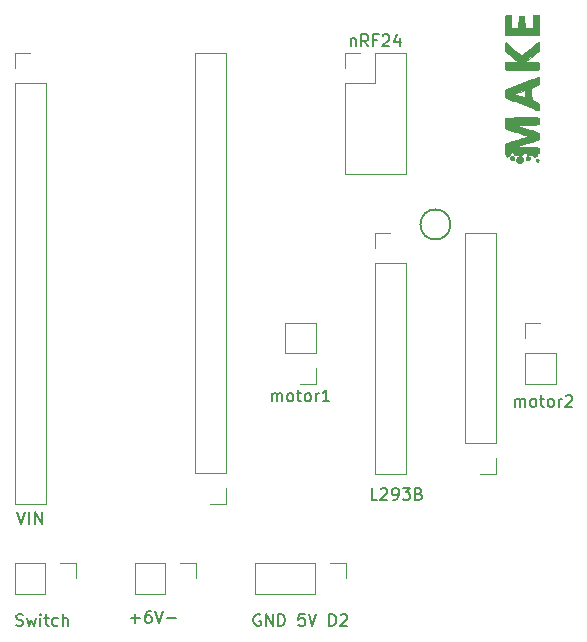
<source format=gto>
G04 #@! TF.FileFunction,Legend,Top*
%FSLAX46Y46*%
G04 Gerber Fmt 4.6, Leading zero omitted, Abs format (unit mm)*
G04 Created by KiCad (PCBNEW 4.0.7) date 02/27/18 09:42:24*
%MOMM*%
%LPD*%
G01*
G04 APERTURE LIST*
%ADD10C,0.100000*%
%ADD11C,0.200000*%
%ADD12C,0.120000*%
%ADD13C,0.010000*%
%ADD14C,0.150000*%
G04 APERTURE END LIST*
D10*
D11*
X205740000Y-97028000D02*
G75*
G03X205740000Y-97028000I-1270000J0D01*
G01*
D12*
X179010000Y-125670000D02*
X179010000Y-128330000D01*
X181610000Y-125670000D02*
X179010000Y-125670000D01*
X181610000Y-128330000D02*
X179010000Y-128330000D01*
X181610000Y-125670000D02*
X181610000Y-128330000D01*
X182880000Y-125670000D02*
X184210000Y-125670000D01*
X184210000Y-125670000D02*
X184210000Y-127000000D01*
X186750000Y-82490000D02*
X184090000Y-82490000D01*
X186750000Y-118110000D02*
X186750000Y-82490000D01*
X184090000Y-118110000D02*
X184090000Y-82490000D01*
X186750000Y-118110000D02*
X184090000Y-118110000D01*
X186750000Y-119380000D02*
X186750000Y-120710000D01*
X186750000Y-120710000D02*
X185420000Y-120710000D01*
X209610000Y-97730000D02*
X206950000Y-97730000D01*
X209610000Y-115570000D02*
X209610000Y-97730000D01*
X206950000Y-115570000D02*
X206950000Y-97730000D01*
X209610000Y-115570000D02*
X206950000Y-115570000D01*
X209610000Y-116840000D02*
X209610000Y-118170000D01*
X209610000Y-118170000D02*
X208280000Y-118170000D01*
X199330000Y-118170000D02*
X201990000Y-118170000D01*
X199330000Y-100330000D02*
X199330000Y-118170000D01*
X201990000Y-100330000D02*
X201990000Y-118170000D01*
X199330000Y-100330000D02*
X201990000Y-100330000D01*
X199330000Y-99060000D02*
X199330000Y-97730000D01*
X199330000Y-97730000D02*
X200660000Y-97730000D01*
X194370000Y-105350000D02*
X191710000Y-105350000D01*
X194370000Y-107950000D02*
X194370000Y-105350000D01*
X191710000Y-107950000D02*
X191710000Y-105350000D01*
X194370000Y-107950000D02*
X191710000Y-107950000D01*
X194370000Y-109220000D02*
X194370000Y-110550000D01*
X194370000Y-110550000D02*
X193040000Y-110550000D01*
X212030000Y-110550000D02*
X214690000Y-110550000D01*
X212030000Y-107950000D02*
X212030000Y-110550000D01*
X214690000Y-107950000D02*
X214690000Y-110550000D01*
X212030000Y-107950000D02*
X214690000Y-107950000D01*
X212030000Y-106680000D02*
X212030000Y-105350000D01*
X212030000Y-105350000D02*
X213360000Y-105350000D01*
X196790000Y-92770000D02*
X201990000Y-92770000D01*
X196790000Y-85090000D02*
X196790000Y-92770000D01*
X201990000Y-82490000D02*
X201990000Y-92770000D01*
X196790000Y-85090000D02*
X199390000Y-85090000D01*
X199390000Y-85090000D02*
X199390000Y-82490000D01*
X199390000Y-82490000D02*
X201990000Y-82490000D01*
X196790000Y-83820000D02*
X196790000Y-82490000D01*
X196790000Y-82490000D02*
X198120000Y-82490000D01*
X189170000Y-125670000D02*
X189170000Y-128330000D01*
X194310000Y-125670000D02*
X189170000Y-125670000D01*
X194310000Y-128330000D02*
X189170000Y-128330000D01*
X194310000Y-125670000D02*
X194310000Y-128330000D01*
X195580000Y-125670000D02*
X196910000Y-125670000D01*
X196910000Y-125670000D02*
X196910000Y-127000000D01*
X168850000Y-125670000D02*
X168850000Y-128330000D01*
X171450000Y-125670000D02*
X168850000Y-125670000D01*
X171450000Y-128330000D02*
X168850000Y-128330000D01*
X171450000Y-125670000D02*
X171450000Y-128330000D01*
X172720000Y-125670000D02*
X174050000Y-125670000D01*
X174050000Y-125670000D02*
X174050000Y-127000000D01*
X168850000Y-120710000D02*
X171510000Y-120710000D01*
X168850000Y-85090000D02*
X168850000Y-120710000D01*
X171510000Y-85090000D02*
X171510000Y-120710000D01*
X168850000Y-85090000D02*
X171510000Y-85090000D01*
X168850000Y-83820000D02*
X168850000Y-82490000D01*
X168850000Y-82490000D02*
X170180000Y-82490000D01*
D13*
G36*
X212971512Y-91535806D02*
X212974838Y-91527891D01*
X213025480Y-91467590D01*
X213095772Y-91450006D01*
X213170743Y-91476580D01*
X213221843Y-91535158D01*
X213228624Y-91605668D01*
X213190205Y-91673699D01*
X213183223Y-91680374D01*
X213117899Y-91712254D01*
X213051427Y-91704489D01*
X212996446Y-91666327D01*
X212965595Y-91607017D01*
X212971512Y-91535806D01*
X212971512Y-91535806D01*
G37*
X212971512Y-91535806D02*
X212974838Y-91527891D01*
X213025480Y-91467590D01*
X213095772Y-91450006D01*
X213170743Y-91476580D01*
X213221843Y-91535158D01*
X213228624Y-91605668D01*
X213190205Y-91673699D01*
X213183223Y-91680374D01*
X213117899Y-91712254D01*
X213051427Y-91704489D01*
X212996446Y-91666327D01*
X212965595Y-91607017D01*
X212971512Y-91535806D01*
G36*
X210390175Y-90414616D02*
X210393709Y-90303576D01*
X210399241Y-90222402D01*
X210406846Y-90181088D01*
X210407638Y-90179659D01*
X210435255Y-90166044D01*
X210506118Y-90139268D01*
X210614921Y-90101113D01*
X210756359Y-90053365D01*
X210925126Y-89997806D01*
X211115915Y-89936221D01*
X211323422Y-89870394D01*
X211385372Y-89850951D01*
X211594883Y-89784792D01*
X211787648Y-89722826D01*
X211958634Y-89666755D01*
X212102806Y-89618279D01*
X212215132Y-89579100D01*
X212290579Y-89550916D01*
X212324112Y-89535430D01*
X212325172Y-89533437D01*
X212297345Y-89522223D01*
X212226430Y-89497756D01*
X212117869Y-89461801D01*
X211977104Y-89416122D01*
X211809575Y-89362483D01*
X211620725Y-89302648D01*
X211415996Y-89238382D01*
X211391500Y-89230730D01*
X211183996Y-89165699D01*
X210990624Y-89104612D01*
X210817028Y-89049289D01*
X210668850Y-89001549D01*
X210551737Y-88963212D01*
X210471330Y-88936097D01*
X210433276Y-88922024D01*
X210432081Y-88921438D01*
X210416101Y-88909015D01*
X210404616Y-88886466D01*
X210397065Y-88846629D01*
X210392885Y-88782337D01*
X210391517Y-88686429D01*
X210392398Y-88551738D01*
X210393981Y-88435253D01*
X210400900Y-87972900D01*
X211796265Y-87966331D01*
X212110894Y-87965079D01*
X212378097Y-87964558D01*
X212601242Y-87964830D01*
X212783697Y-87965954D01*
X212928833Y-87967991D01*
X213040016Y-87971001D01*
X213120617Y-87975046D01*
X213174005Y-87980185D01*
X213203547Y-87986479D01*
X213211926Y-87991731D01*
X213221500Y-88032224D01*
X213227949Y-88109062D01*
X213231263Y-88207903D01*
X213231434Y-88314403D01*
X213228454Y-88414219D01*
X213222314Y-88493008D01*
X213213006Y-88536425D01*
X213212249Y-88537748D01*
X213194537Y-88546271D01*
X213150703Y-88553461D01*
X213077104Y-88559453D01*
X212970094Y-88564387D01*
X212826029Y-88568400D01*
X212641264Y-88571629D01*
X212412154Y-88574211D01*
X212202988Y-88575848D01*
X211213700Y-88582500D01*
X212197433Y-88907056D01*
X212462450Y-88995067D01*
X212681880Y-89069269D01*
X212858700Y-89130760D01*
X212995884Y-89180642D01*
X213096411Y-89220012D01*
X213163255Y-89249971D01*
X213199394Y-89271617D01*
X213207083Y-89280036D01*
X213221243Y-89333147D01*
X213229821Y-89419077D01*
X213232978Y-89523034D01*
X213230873Y-89630227D01*
X213223668Y-89725867D01*
X213211521Y-89795161D01*
X213201250Y-89818826D01*
X213170785Y-89835066D01*
X213097228Y-89864754D01*
X212985917Y-89906010D01*
X212842191Y-89956950D01*
X212671390Y-90015694D01*
X212478852Y-90080362D01*
X212269917Y-90149070D01*
X212196360Y-90172931D01*
X211223220Y-90487500D01*
X212194125Y-90494156D01*
X212479876Y-90496763D01*
X212716092Y-90500348D01*
X212904030Y-90504957D01*
X213044947Y-90510632D01*
X213140100Y-90517416D01*
X213190746Y-90525355D01*
X213199015Y-90529016D01*
X213219441Y-90571746D01*
X213230547Y-90659860D01*
X213233000Y-90757311D01*
X213231739Y-90858064D01*
X213226376Y-90918184D01*
X213214536Y-90947808D01*
X213193844Y-90957074D01*
X213186136Y-90957400D01*
X213123847Y-90980246D01*
X213076387Y-91038765D01*
X213055395Y-91117932D01*
X213055200Y-91126423D01*
X213033192Y-91207155D01*
X212977201Y-91273592D01*
X212902274Y-91310148D01*
X212875064Y-91313000D01*
X212799578Y-91296495D01*
X212736230Y-91255161D01*
X212701788Y-91201274D01*
X212699600Y-91184560D01*
X212695595Y-91161525D01*
X212677299Y-91147015D01*
X212635288Y-91139086D01*
X212560138Y-91135798D01*
X212460066Y-91135200D01*
X212348321Y-91134458D01*
X212277526Y-91130784D01*
X212237836Y-91122008D01*
X212219408Y-91105959D01*
X212212416Y-91080599D01*
X212187131Y-91028094D01*
X212137098Y-90976043D01*
X212134501Y-90974078D01*
X212053547Y-90939928D01*
X211973380Y-90954757D01*
X211899374Y-91016950D01*
X211874261Y-91052227D01*
X211823300Y-91133244D01*
X211486750Y-91134222D01*
X211348328Y-91133860D01*
X211253101Y-91131252D01*
X211193479Y-91125537D01*
X211161875Y-91115851D01*
X211150702Y-91101331D01*
X211150199Y-91095946D01*
X211128560Y-91039819D01*
X211075054Y-90984443D01*
X211006805Y-90944024D01*
X210952582Y-90932000D01*
X210870390Y-90956252D01*
X210800198Y-91025198D01*
X210747718Y-91133121D01*
X210745824Y-91138926D01*
X210699680Y-91217428D01*
X210630232Y-91264032D01*
X210550964Y-91276701D01*
X210475358Y-91253398D01*
X210416897Y-91192086D01*
X210415144Y-91188886D01*
X210406771Y-91148540D01*
X210399877Y-91068120D01*
X210394535Y-90957618D01*
X210390819Y-90827025D01*
X210388805Y-90686332D01*
X210388565Y-90545532D01*
X210390175Y-90414616D01*
X210390175Y-90414616D01*
G37*
X210390175Y-90414616D02*
X210393709Y-90303576D01*
X210399241Y-90222402D01*
X210406846Y-90181088D01*
X210407638Y-90179659D01*
X210435255Y-90166044D01*
X210506118Y-90139268D01*
X210614921Y-90101113D01*
X210756359Y-90053365D01*
X210925126Y-89997806D01*
X211115915Y-89936221D01*
X211323422Y-89870394D01*
X211385372Y-89850951D01*
X211594883Y-89784792D01*
X211787648Y-89722826D01*
X211958634Y-89666755D01*
X212102806Y-89618279D01*
X212215132Y-89579100D01*
X212290579Y-89550916D01*
X212324112Y-89535430D01*
X212325172Y-89533437D01*
X212297345Y-89522223D01*
X212226430Y-89497756D01*
X212117869Y-89461801D01*
X211977104Y-89416122D01*
X211809575Y-89362483D01*
X211620725Y-89302648D01*
X211415996Y-89238382D01*
X211391500Y-89230730D01*
X211183996Y-89165699D01*
X210990624Y-89104612D01*
X210817028Y-89049289D01*
X210668850Y-89001549D01*
X210551737Y-88963212D01*
X210471330Y-88936097D01*
X210433276Y-88922024D01*
X210432081Y-88921438D01*
X210416101Y-88909015D01*
X210404616Y-88886466D01*
X210397065Y-88846629D01*
X210392885Y-88782337D01*
X210391517Y-88686429D01*
X210392398Y-88551738D01*
X210393981Y-88435253D01*
X210400900Y-87972900D01*
X211796265Y-87966331D01*
X212110894Y-87965079D01*
X212378097Y-87964558D01*
X212601242Y-87964830D01*
X212783697Y-87965954D01*
X212928833Y-87967991D01*
X213040016Y-87971001D01*
X213120617Y-87975046D01*
X213174005Y-87980185D01*
X213203547Y-87986479D01*
X213211926Y-87991731D01*
X213221500Y-88032224D01*
X213227949Y-88109062D01*
X213231263Y-88207903D01*
X213231434Y-88314403D01*
X213228454Y-88414219D01*
X213222314Y-88493008D01*
X213213006Y-88536425D01*
X213212249Y-88537748D01*
X213194537Y-88546271D01*
X213150703Y-88553461D01*
X213077104Y-88559453D01*
X212970094Y-88564387D01*
X212826029Y-88568400D01*
X212641264Y-88571629D01*
X212412154Y-88574211D01*
X212202988Y-88575848D01*
X211213700Y-88582500D01*
X212197433Y-88907056D01*
X212462450Y-88995067D01*
X212681880Y-89069269D01*
X212858700Y-89130760D01*
X212995884Y-89180642D01*
X213096411Y-89220012D01*
X213163255Y-89249971D01*
X213199394Y-89271617D01*
X213207083Y-89280036D01*
X213221243Y-89333147D01*
X213229821Y-89419077D01*
X213232978Y-89523034D01*
X213230873Y-89630227D01*
X213223668Y-89725867D01*
X213211521Y-89795161D01*
X213201250Y-89818826D01*
X213170785Y-89835066D01*
X213097228Y-89864754D01*
X212985917Y-89906010D01*
X212842191Y-89956950D01*
X212671390Y-90015694D01*
X212478852Y-90080362D01*
X212269917Y-90149070D01*
X212196360Y-90172931D01*
X211223220Y-90487500D01*
X212194125Y-90494156D01*
X212479876Y-90496763D01*
X212716092Y-90500348D01*
X212904030Y-90504957D01*
X213044947Y-90510632D01*
X213140100Y-90517416D01*
X213190746Y-90525355D01*
X213199015Y-90529016D01*
X213219441Y-90571746D01*
X213230547Y-90659860D01*
X213233000Y-90757311D01*
X213231739Y-90858064D01*
X213226376Y-90918184D01*
X213214536Y-90947808D01*
X213193844Y-90957074D01*
X213186136Y-90957400D01*
X213123847Y-90980246D01*
X213076387Y-91038765D01*
X213055395Y-91117932D01*
X213055200Y-91126423D01*
X213033192Y-91207155D01*
X212977201Y-91273592D01*
X212902274Y-91310148D01*
X212875064Y-91313000D01*
X212799578Y-91296495D01*
X212736230Y-91255161D01*
X212701788Y-91201274D01*
X212699600Y-91184560D01*
X212695595Y-91161525D01*
X212677299Y-91147015D01*
X212635288Y-91139086D01*
X212560138Y-91135798D01*
X212460066Y-91135200D01*
X212348321Y-91134458D01*
X212277526Y-91130784D01*
X212237836Y-91122008D01*
X212219408Y-91105959D01*
X212212416Y-91080599D01*
X212187131Y-91028094D01*
X212137098Y-90976043D01*
X212134501Y-90974078D01*
X212053547Y-90939928D01*
X211973380Y-90954757D01*
X211899374Y-91016950D01*
X211874261Y-91052227D01*
X211823300Y-91133244D01*
X211486750Y-91134222D01*
X211348328Y-91133860D01*
X211253101Y-91131252D01*
X211193479Y-91125537D01*
X211161875Y-91115851D01*
X211150702Y-91101331D01*
X211150199Y-91095946D01*
X211128560Y-91039819D01*
X211075054Y-90984443D01*
X211006805Y-90944024D01*
X210952582Y-90932000D01*
X210870390Y-90956252D01*
X210800198Y-91025198D01*
X210747718Y-91133121D01*
X210745824Y-91138926D01*
X210699680Y-91217428D01*
X210630232Y-91264032D01*
X210550964Y-91276701D01*
X210475358Y-91253398D01*
X210416897Y-91192086D01*
X210415144Y-91188886D01*
X210406771Y-91148540D01*
X210399877Y-91068120D01*
X210394535Y-90957618D01*
X210390819Y-90827025D01*
X210388805Y-90686332D01*
X210388565Y-90545532D01*
X210390175Y-90414616D01*
G36*
X210388663Y-85866933D02*
X210393619Y-85759152D01*
X210401783Y-85671777D01*
X210413071Y-85616654D01*
X210419949Y-85604818D01*
X210451619Y-85589099D01*
X210524829Y-85557642D01*
X210634504Y-85512418D01*
X210775567Y-85455397D01*
X210942945Y-85388551D01*
X211131562Y-85313849D01*
X211336342Y-85233262D01*
X211552210Y-85148762D01*
X211774092Y-85062318D01*
X211996911Y-84975902D01*
X212215592Y-84891483D01*
X212425061Y-84811033D01*
X212620242Y-84736522D01*
X212796060Y-84669921D01*
X212947438Y-84613200D01*
X213069303Y-84568330D01*
X213156579Y-84537282D01*
X213204191Y-84522027D01*
X213211500Y-84520911D01*
X213219893Y-84550075D01*
X213226752Y-84619556D01*
X213231360Y-84718878D01*
X213233000Y-84834686D01*
X213231801Y-84968771D01*
X213227385Y-85061831D01*
X213218517Y-85123602D01*
X213203965Y-85163820D01*
X213188550Y-85185731D01*
X213147298Y-85214504D01*
X213069596Y-85253698D01*
X212967227Y-85297794D01*
X212870763Y-85334595D01*
X212597426Y-85432900D01*
X212604063Y-85965297D01*
X212610700Y-86497693D01*
X212886899Y-86601804D01*
X212999932Y-86647298D01*
X213097114Y-86691767D01*
X213167319Y-86729779D01*
X213198049Y-86753712D01*
X213214070Y-86799566D01*
X213225598Y-86878948D01*
X213232570Y-86979454D01*
X213234926Y-87088680D01*
X213232604Y-87194225D01*
X213225543Y-87283683D01*
X213213682Y-87344652D01*
X213201066Y-87364449D01*
X213173948Y-87357187D01*
X213104619Y-87333397D01*
X212998186Y-87295035D01*
X212859756Y-87244058D01*
X212694436Y-87182420D01*
X212507332Y-87112078D01*
X212303551Y-87034989D01*
X212088202Y-86953108D01*
X212045550Y-86936818D01*
X212045550Y-86283999D01*
X212052650Y-86260099D01*
X212058548Y-86194860D01*
X212062698Y-86097739D01*
X212064552Y-85978192D01*
X212064600Y-85954921D01*
X212064600Y-85626041D01*
X211629623Y-85777636D01*
X211487981Y-85827401D01*
X211361608Y-85872554D01*
X211258903Y-85910036D01*
X211188268Y-85936783D01*
X211159061Y-85949146D01*
X211168122Y-85964600D01*
X211224239Y-85993665D01*
X211325727Y-86035622D01*
X211470905Y-86089754D01*
X211574987Y-86126629D01*
X211717723Y-86176093D01*
X211843942Y-86219173D01*
X211945835Y-86253258D01*
X212015595Y-86275736D01*
X212045411Y-86283996D01*
X212045550Y-86283999D01*
X212045550Y-86936818D01*
X211866389Y-86868390D01*
X211643221Y-86782793D01*
X211423804Y-86698271D01*
X211213245Y-86616782D01*
X211016652Y-86540281D01*
X210839130Y-86470724D01*
X210685787Y-86410066D01*
X210561730Y-86360265D01*
X210472066Y-86323275D01*
X210421901Y-86301054D01*
X210414989Y-86297359D01*
X210402628Y-86265222D01*
X210393899Y-86194265D01*
X210388719Y-86096335D01*
X210387002Y-85983276D01*
X210388663Y-85866933D01*
X210388663Y-85866933D01*
G37*
X210388663Y-85866933D02*
X210393619Y-85759152D01*
X210401783Y-85671777D01*
X210413071Y-85616654D01*
X210419949Y-85604818D01*
X210451619Y-85589099D01*
X210524829Y-85557642D01*
X210634504Y-85512418D01*
X210775567Y-85455397D01*
X210942945Y-85388551D01*
X211131562Y-85313849D01*
X211336342Y-85233262D01*
X211552210Y-85148762D01*
X211774092Y-85062318D01*
X211996911Y-84975902D01*
X212215592Y-84891483D01*
X212425061Y-84811033D01*
X212620242Y-84736522D01*
X212796060Y-84669921D01*
X212947438Y-84613200D01*
X213069303Y-84568330D01*
X213156579Y-84537282D01*
X213204191Y-84522027D01*
X213211500Y-84520911D01*
X213219893Y-84550075D01*
X213226752Y-84619556D01*
X213231360Y-84718878D01*
X213233000Y-84834686D01*
X213231801Y-84968771D01*
X213227385Y-85061831D01*
X213218517Y-85123602D01*
X213203965Y-85163820D01*
X213188550Y-85185731D01*
X213147298Y-85214504D01*
X213069596Y-85253698D01*
X212967227Y-85297794D01*
X212870763Y-85334595D01*
X212597426Y-85432900D01*
X212604063Y-85965297D01*
X212610700Y-86497693D01*
X212886899Y-86601804D01*
X212999932Y-86647298D01*
X213097114Y-86691767D01*
X213167319Y-86729779D01*
X213198049Y-86753712D01*
X213214070Y-86799566D01*
X213225598Y-86878948D01*
X213232570Y-86979454D01*
X213234926Y-87088680D01*
X213232604Y-87194225D01*
X213225543Y-87283683D01*
X213213682Y-87344652D01*
X213201066Y-87364449D01*
X213173948Y-87357187D01*
X213104619Y-87333397D01*
X212998186Y-87295035D01*
X212859756Y-87244058D01*
X212694436Y-87182420D01*
X212507332Y-87112078D01*
X212303551Y-87034989D01*
X212088202Y-86953108D01*
X212045550Y-86936818D01*
X212045550Y-86283999D01*
X212052650Y-86260099D01*
X212058548Y-86194860D01*
X212062698Y-86097739D01*
X212064552Y-85978192D01*
X212064600Y-85954921D01*
X212064600Y-85626041D01*
X211629623Y-85777636D01*
X211487981Y-85827401D01*
X211361608Y-85872554D01*
X211258903Y-85910036D01*
X211188268Y-85936783D01*
X211159061Y-85949146D01*
X211168122Y-85964600D01*
X211224239Y-85993665D01*
X211325727Y-86035622D01*
X211470905Y-86089754D01*
X211574987Y-86126629D01*
X211717723Y-86176093D01*
X211843942Y-86219173D01*
X211945835Y-86253258D01*
X212015595Y-86275736D01*
X212045411Y-86283996D01*
X212045550Y-86283999D01*
X212045550Y-86936818D01*
X211866389Y-86868390D01*
X211643221Y-86782793D01*
X211423804Y-86698271D01*
X211213245Y-86616782D01*
X211016652Y-86540281D01*
X210839130Y-86470724D01*
X210685787Y-86410066D01*
X210561730Y-86360265D01*
X210472066Y-86323275D01*
X210421901Y-86301054D01*
X210414989Y-86297359D01*
X210402628Y-86265222D01*
X210393899Y-86194265D01*
X210388719Y-86096335D01*
X210387002Y-85983276D01*
X210388663Y-85866933D01*
G36*
X210388701Y-83496379D02*
X210390065Y-83399235D01*
X210392085Y-83332733D01*
X210394550Y-83306954D01*
X210420658Y-83304810D01*
X210489993Y-83301697D01*
X210594996Y-83297884D01*
X210728107Y-83293639D01*
X210881769Y-83289230D01*
X210931143Y-83287904D01*
X211461386Y-83273900D01*
X210940427Y-82836317D01*
X210801250Y-82718415D01*
X210674923Y-82609491D01*
X210566729Y-82514253D01*
X210481947Y-82437409D01*
X210425857Y-82383664D01*
X210403834Y-82357989D01*
X210396963Y-82316030D01*
X210392153Y-82238653D01*
X210389322Y-82136631D01*
X210388390Y-82020736D01*
X210389278Y-81901740D01*
X210391903Y-81790416D01*
X210396187Y-81697537D01*
X210402048Y-81633874D01*
X210409406Y-81610201D01*
X210409420Y-81610200D01*
X210432951Y-81626321D01*
X210490033Y-81672089D01*
X210576062Y-81743616D01*
X210686432Y-81837013D01*
X210816538Y-81948392D01*
X210961775Y-82073863D01*
X211071130Y-82169000D01*
X211224131Y-82302024D01*
X211365084Y-82423685D01*
X211489414Y-82530105D01*
X211592547Y-82617402D01*
X211669906Y-82681696D01*
X211716915Y-82719108D01*
X211729360Y-82727223D01*
X211752458Y-82711611D01*
X211810394Y-82667431D01*
X211898669Y-82598255D01*
X212012782Y-82507657D01*
X212148232Y-82399209D01*
X212300521Y-82276484D01*
X212465146Y-82143056D01*
X212466003Y-82142360D01*
X212630751Y-82009371D01*
X212783511Y-81887808D01*
X212919752Y-81781142D01*
X213034941Y-81692846D01*
X213124549Y-81626393D01*
X213184046Y-81585256D01*
X213208899Y-81572906D01*
X213208953Y-81572937D01*
X213217634Y-81602452D01*
X213224902Y-81673400D01*
X213230157Y-81776418D01*
X213232802Y-81902146D01*
X213233000Y-81948948D01*
X213231754Y-82102979D01*
X213227523Y-82214260D01*
X213219563Y-82290790D01*
X213207133Y-82340571D01*
X213194350Y-82365277D01*
X213164518Y-82395019D01*
X213099962Y-82450949D01*
X213006348Y-82528443D01*
X212889341Y-82622877D01*
X212754608Y-82729628D01*
X212607815Y-82844074D01*
X212603800Y-82847178D01*
X212051900Y-83273900D01*
X212608708Y-83280758D01*
X212816225Y-83284618D01*
X212981527Y-83290497D01*
X213102312Y-83298257D01*
X213176278Y-83307764D01*
X213199258Y-83315618D01*
X213215959Y-83347741D01*
X213226674Y-83414959D01*
X213232055Y-83523121D01*
X213233000Y-83619017D01*
X213232121Y-83742047D01*
X213228433Y-83823989D01*
X213220357Y-83874539D01*
X213206313Y-83903393D01*
X213184722Y-83920247D01*
X213183869Y-83920707D01*
X213150317Y-83925406D01*
X213071767Y-83929728D01*
X212954021Y-83933649D01*
X212802881Y-83937147D01*
X212624149Y-83940198D01*
X212423625Y-83942779D01*
X212207111Y-83944869D01*
X211980409Y-83946443D01*
X211749320Y-83947478D01*
X211519646Y-83947953D01*
X211297188Y-83947844D01*
X211087748Y-83947128D01*
X210897127Y-83945783D01*
X210731126Y-83943785D01*
X210595548Y-83941111D01*
X210496193Y-83937739D01*
X210438864Y-83933645D01*
X210428377Y-83931583D01*
X210410905Y-83917179D01*
X210399213Y-83884281D01*
X210392241Y-83824516D01*
X210388929Y-83729510D01*
X210388200Y-83614083D01*
X210388701Y-83496379D01*
X210388701Y-83496379D01*
G37*
X210388701Y-83496379D02*
X210390065Y-83399235D01*
X210392085Y-83332733D01*
X210394550Y-83306954D01*
X210420658Y-83304810D01*
X210489993Y-83301697D01*
X210594996Y-83297884D01*
X210728107Y-83293639D01*
X210881769Y-83289230D01*
X210931143Y-83287904D01*
X211461386Y-83273900D01*
X210940427Y-82836317D01*
X210801250Y-82718415D01*
X210674923Y-82609491D01*
X210566729Y-82514253D01*
X210481947Y-82437409D01*
X210425857Y-82383664D01*
X210403834Y-82357989D01*
X210396963Y-82316030D01*
X210392153Y-82238653D01*
X210389322Y-82136631D01*
X210388390Y-82020736D01*
X210389278Y-81901740D01*
X210391903Y-81790416D01*
X210396187Y-81697537D01*
X210402048Y-81633874D01*
X210409406Y-81610201D01*
X210409420Y-81610200D01*
X210432951Y-81626321D01*
X210490033Y-81672089D01*
X210576062Y-81743616D01*
X210686432Y-81837013D01*
X210816538Y-81948392D01*
X210961775Y-82073863D01*
X211071130Y-82169000D01*
X211224131Y-82302024D01*
X211365084Y-82423685D01*
X211489414Y-82530105D01*
X211592547Y-82617402D01*
X211669906Y-82681696D01*
X211716915Y-82719108D01*
X211729360Y-82727223D01*
X211752458Y-82711611D01*
X211810394Y-82667431D01*
X211898669Y-82598255D01*
X212012782Y-82507657D01*
X212148232Y-82399209D01*
X212300521Y-82276484D01*
X212465146Y-82143056D01*
X212466003Y-82142360D01*
X212630751Y-82009371D01*
X212783511Y-81887808D01*
X212919752Y-81781142D01*
X213034941Y-81692846D01*
X213124549Y-81626393D01*
X213184046Y-81585256D01*
X213208899Y-81572906D01*
X213208953Y-81572937D01*
X213217634Y-81602452D01*
X213224902Y-81673400D01*
X213230157Y-81776418D01*
X213232802Y-81902146D01*
X213233000Y-81948948D01*
X213231754Y-82102979D01*
X213227523Y-82214260D01*
X213219563Y-82290790D01*
X213207133Y-82340571D01*
X213194350Y-82365277D01*
X213164518Y-82395019D01*
X213099962Y-82450949D01*
X213006348Y-82528443D01*
X212889341Y-82622877D01*
X212754608Y-82729628D01*
X212607815Y-82844074D01*
X212603800Y-82847178D01*
X212051900Y-83273900D01*
X212608708Y-83280758D01*
X212816225Y-83284618D01*
X212981527Y-83290497D01*
X213102312Y-83298257D01*
X213176278Y-83307764D01*
X213199258Y-83315618D01*
X213215959Y-83347741D01*
X213226674Y-83414959D01*
X213232055Y-83523121D01*
X213233000Y-83619017D01*
X213232121Y-83742047D01*
X213228433Y-83823989D01*
X213220357Y-83874539D01*
X213206313Y-83903393D01*
X213184722Y-83920247D01*
X213183869Y-83920707D01*
X213150317Y-83925406D01*
X213071767Y-83929728D01*
X212954021Y-83933649D01*
X212802881Y-83937147D01*
X212624149Y-83940198D01*
X212423625Y-83942779D01*
X212207111Y-83944869D01*
X211980409Y-83946443D01*
X211749320Y-83947478D01*
X211519646Y-83947953D01*
X211297188Y-83947844D01*
X211087748Y-83947128D01*
X210897127Y-83945783D01*
X210731126Y-83943785D01*
X210595548Y-83941111D01*
X210496193Y-83937739D01*
X210438864Y-83933645D01*
X210428377Y-83931583D01*
X210410905Y-83917179D01*
X210399213Y-83884281D01*
X210392241Y-83824516D01*
X210388929Y-83729510D01*
X210388200Y-83614083D01*
X210388701Y-83496379D01*
G36*
X210393748Y-79567350D02*
X210396564Y-79454144D01*
X210401076Y-79374505D01*
X210407411Y-79324128D01*
X210415697Y-79298707D01*
X210419596Y-79294557D01*
X210462229Y-79283850D01*
X210539046Y-79277225D01*
X210633632Y-79274701D01*
X210729574Y-79276298D01*
X210810460Y-79282038D01*
X210859874Y-79291941D01*
X210863907Y-79294003D01*
X210875671Y-79317861D01*
X210885018Y-79375529D01*
X210892235Y-79471053D01*
X210897607Y-79608481D01*
X210901420Y-79791858D01*
X210902007Y-79833364D01*
X210908900Y-80352900D01*
X211493100Y-80352900D01*
X211518500Y-79387700D01*
X212001100Y-79387700D01*
X212014896Y-80365600D01*
X212698589Y-80365600D01*
X212705444Y-79825850D01*
X212712300Y-79286100D01*
X212937061Y-79278725D01*
X213066725Y-79278283D01*
X213155818Y-79286400D01*
X213197411Y-79300885D01*
X213208100Y-79334584D01*
X213217107Y-79411530D01*
X213224428Y-79524204D01*
X213230058Y-79665084D01*
X213233993Y-79826649D01*
X213236229Y-80001378D01*
X213236761Y-80181750D01*
X213235585Y-80360244D01*
X213232697Y-80529339D01*
X213228092Y-80681515D01*
X213221765Y-80809250D01*
X213213714Y-80905023D01*
X213203932Y-80961314D01*
X213198381Y-80972311D01*
X213173770Y-80979065D01*
X213116093Y-80984631D01*
X213022975Y-80989046D01*
X212892045Y-80992348D01*
X212720929Y-80994573D01*
X212507253Y-80995758D01*
X212248644Y-80995941D01*
X211942730Y-80995159D01*
X211782331Y-80994471D01*
X210400900Y-80987900D01*
X210394196Y-80151418D01*
X210392692Y-79911682D01*
X210392499Y-79718428D01*
X210393748Y-79567350D01*
X210393748Y-79567350D01*
G37*
X210393748Y-79567350D02*
X210396564Y-79454144D01*
X210401076Y-79374505D01*
X210407411Y-79324128D01*
X210415697Y-79298707D01*
X210419596Y-79294557D01*
X210462229Y-79283850D01*
X210539046Y-79277225D01*
X210633632Y-79274701D01*
X210729574Y-79276298D01*
X210810460Y-79282038D01*
X210859874Y-79291941D01*
X210863907Y-79294003D01*
X210875671Y-79317861D01*
X210885018Y-79375529D01*
X210892235Y-79471053D01*
X210897607Y-79608481D01*
X210901420Y-79791858D01*
X210902007Y-79833364D01*
X210908900Y-80352900D01*
X211493100Y-80352900D01*
X211518500Y-79387700D01*
X212001100Y-79387700D01*
X212014896Y-80365600D01*
X212698589Y-80365600D01*
X212705444Y-79825850D01*
X212712300Y-79286100D01*
X212937061Y-79278725D01*
X213066725Y-79278283D01*
X213155818Y-79286400D01*
X213197411Y-79300885D01*
X213208100Y-79334584D01*
X213217107Y-79411530D01*
X213224428Y-79524204D01*
X213230058Y-79665084D01*
X213233993Y-79826649D01*
X213236229Y-80001378D01*
X213236761Y-80181750D01*
X213235585Y-80360244D01*
X213232697Y-80529339D01*
X213228092Y-80681515D01*
X213221765Y-80809250D01*
X213213714Y-80905023D01*
X213203932Y-80961314D01*
X213198381Y-80972311D01*
X213173770Y-80979065D01*
X213116093Y-80984631D01*
X213022975Y-80989046D01*
X212892045Y-80992348D01*
X212720929Y-80994573D01*
X212507253Y-80995758D01*
X212248644Y-80995941D01*
X211942730Y-80995159D01*
X211782331Y-80994471D01*
X210400900Y-80987900D01*
X210394196Y-80151418D01*
X210392692Y-79911682D01*
X210392499Y-79718428D01*
X210393748Y-79567350D01*
G36*
X212126170Y-91335129D02*
X212161850Y-91278837D01*
X212238013Y-91239227D01*
X212320951Y-91239619D01*
X212396717Y-91273887D01*
X212451359Y-91335904D01*
X212471000Y-91414600D01*
X212453776Y-91489181D01*
X212420200Y-91541600D01*
X212344998Y-91583933D01*
X212254977Y-91587254D01*
X212171851Y-91552860D01*
X212129284Y-91495538D01*
X212113800Y-91415910D01*
X212126170Y-91335129D01*
X212126170Y-91335129D01*
G37*
X212126170Y-91335129D02*
X212161850Y-91278837D01*
X212238013Y-91239227D01*
X212320951Y-91239619D01*
X212396717Y-91273887D01*
X212451359Y-91335904D01*
X212471000Y-91414600D01*
X212453776Y-91489181D01*
X212420200Y-91541600D01*
X212344998Y-91583933D01*
X212254977Y-91587254D01*
X212171851Y-91552860D01*
X212129284Y-91495538D01*
X212113800Y-91415910D01*
X212126170Y-91335129D01*
G36*
X211310640Y-91462943D02*
X211342046Y-91400974D01*
X211388959Y-91348560D01*
X211450915Y-91294263D01*
X211509286Y-91268953D01*
X211589578Y-91262248D01*
X211601151Y-91262200D01*
X211692988Y-91269350D01*
X211757895Y-91295641D01*
X211794449Y-91324727D01*
X211875541Y-91425448D01*
X211906723Y-91532908D01*
X211888780Y-91650630D01*
X211875138Y-91685733D01*
X211808379Y-91781204D01*
X211713199Y-91841721D01*
X211601773Y-91862868D01*
X211486276Y-91840228D01*
X211469521Y-91832862D01*
X211374384Y-91762605D01*
X211318864Y-91660751D01*
X211302599Y-91540322D01*
X211310640Y-91462943D01*
X211310640Y-91462943D01*
G37*
X211310640Y-91462943D02*
X211342046Y-91400974D01*
X211388959Y-91348560D01*
X211450915Y-91294263D01*
X211509286Y-91268953D01*
X211589578Y-91262248D01*
X211601151Y-91262200D01*
X211692988Y-91269350D01*
X211757895Y-91295641D01*
X211794449Y-91324727D01*
X211875541Y-91425448D01*
X211906723Y-91532908D01*
X211888780Y-91650630D01*
X211875138Y-91685733D01*
X211808379Y-91781204D01*
X211713199Y-91841721D01*
X211601773Y-91862868D01*
X211486276Y-91840228D01*
X211469521Y-91832862D01*
X211374384Y-91762605D01*
X211318864Y-91660751D01*
X211302599Y-91540322D01*
X211310640Y-91462943D01*
G36*
X210790423Y-91327578D02*
X210845112Y-91269128D01*
X210919794Y-91238813D01*
X211001000Y-91240985D01*
X211075256Y-91279998D01*
X211097556Y-91303726D01*
X211137946Y-91365548D01*
X211145265Y-91417935D01*
X211132180Y-91465400D01*
X211083075Y-91541200D01*
X211013016Y-91582194D01*
X210934382Y-91590278D01*
X210859553Y-91567347D01*
X210800906Y-91515298D01*
X210770820Y-91436025D01*
X210769200Y-91409811D01*
X210790423Y-91327578D01*
X210790423Y-91327578D01*
G37*
X210790423Y-91327578D02*
X210845112Y-91269128D01*
X210919794Y-91238813D01*
X211001000Y-91240985D01*
X211075256Y-91279998D01*
X211097556Y-91303726D01*
X211137946Y-91365548D01*
X211145265Y-91417935D01*
X211132180Y-91465400D01*
X211083075Y-91541200D01*
X211013016Y-91582194D01*
X210934382Y-91590278D01*
X210859553Y-91567347D01*
X210800906Y-91515298D01*
X210770820Y-91436025D01*
X210769200Y-91409811D01*
X210790423Y-91327578D01*
D14*
X178689238Y-130373429D02*
X179451143Y-130373429D01*
X179070191Y-130754381D02*
X179070191Y-129992476D01*
X180355905Y-129754381D02*
X180165428Y-129754381D01*
X180070190Y-129802000D01*
X180022571Y-129849619D01*
X179927333Y-129992476D01*
X179879714Y-130182952D01*
X179879714Y-130563905D01*
X179927333Y-130659143D01*
X179974952Y-130706762D01*
X180070190Y-130754381D01*
X180260667Y-130754381D01*
X180355905Y-130706762D01*
X180403524Y-130659143D01*
X180451143Y-130563905D01*
X180451143Y-130325810D01*
X180403524Y-130230571D01*
X180355905Y-130182952D01*
X180260667Y-130135333D01*
X180070190Y-130135333D01*
X179974952Y-130182952D01*
X179927333Y-130230571D01*
X179879714Y-130325810D01*
X180736857Y-129754381D02*
X181070190Y-130754381D01*
X181403524Y-129754381D01*
X181736857Y-130373429D02*
X182498762Y-130373429D01*
X199548953Y-120340381D02*
X199072762Y-120340381D01*
X199072762Y-119340381D01*
X199834667Y-119435619D02*
X199882286Y-119388000D01*
X199977524Y-119340381D01*
X200215620Y-119340381D01*
X200310858Y-119388000D01*
X200358477Y-119435619D01*
X200406096Y-119530857D01*
X200406096Y-119626095D01*
X200358477Y-119768952D01*
X199787048Y-120340381D01*
X200406096Y-120340381D01*
X200882286Y-120340381D02*
X201072762Y-120340381D01*
X201168001Y-120292762D01*
X201215620Y-120245143D01*
X201310858Y-120102286D01*
X201358477Y-119911810D01*
X201358477Y-119530857D01*
X201310858Y-119435619D01*
X201263239Y-119388000D01*
X201168001Y-119340381D01*
X200977524Y-119340381D01*
X200882286Y-119388000D01*
X200834667Y-119435619D01*
X200787048Y-119530857D01*
X200787048Y-119768952D01*
X200834667Y-119864190D01*
X200882286Y-119911810D01*
X200977524Y-119959429D01*
X201168001Y-119959429D01*
X201263239Y-119911810D01*
X201310858Y-119864190D01*
X201358477Y-119768952D01*
X201691810Y-119340381D02*
X202310858Y-119340381D01*
X201977524Y-119721333D01*
X202120382Y-119721333D01*
X202215620Y-119768952D01*
X202263239Y-119816571D01*
X202310858Y-119911810D01*
X202310858Y-120149905D01*
X202263239Y-120245143D01*
X202215620Y-120292762D01*
X202120382Y-120340381D01*
X201834667Y-120340381D01*
X201739429Y-120292762D01*
X201691810Y-120245143D01*
X203072763Y-119816571D02*
X203215620Y-119864190D01*
X203263239Y-119911810D01*
X203310858Y-120007048D01*
X203310858Y-120149905D01*
X203263239Y-120245143D01*
X203215620Y-120292762D01*
X203120382Y-120340381D01*
X202739429Y-120340381D01*
X202739429Y-119340381D01*
X203072763Y-119340381D01*
X203168001Y-119388000D01*
X203215620Y-119435619D01*
X203263239Y-119530857D01*
X203263239Y-119626095D01*
X203215620Y-119721333D01*
X203168001Y-119768952D01*
X203072763Y-119816571D01*
X202739429Y-119816571D01*
X190635238Y-112002381D02*
X190635238Y-111335714D01*
X190635238Y-111430952D02*
X190682857Y-111383333D01*
X190778095Y-111335714D01*
X190920953Y-111335714D01*
X191016191Y-111383333D01*
X191063810Y-111478571D01*
X191063810Y-112002381D01*
X191063810Y-111478571D02*
X191111429Y-111383333D01*
X191206667Y-111335714D01*
X191349524Y-111335714D01*
X191444762Y-111383333D01*
X191492381Y-111478571D01*
X191492381Y-112002381D01*
X192111428Y-112002381D02*
X192016190Y-111954762D01*
X191968571Y-111907143D01*
X191920952Y-111811905D01*
X191920952Y-111526190D01*
X191968571Y-111430952D01*
X192016190Y-111383333D01*
X192111428Y-111335714D01*
X192254286Y-111335714D01*
X192349524Y-111383333D01*
X192397143Y-111430952D01*
X192444762Y-111526190D01*
X192444762Y-111811905D01*
X192397143Y-111907143D01*
X192349524Y-111954762D01*
X192254286Y-112002381D01*
X192111428Y-112002381D01*
X192730476Y-111335714D02*
X193111428Y-111335714D01*
X192873333Y-111002381D02*
X192873333Y-111859524D01*
X192920952Y-111954762D01*
X193016190Y-112002381D01*
X193111428Y-112002381D01*
X193587619Y-112002381D02*
X193492381Y-111954762D01*
X193444762Y-111907143D01*
X193397143Y-111811905D01*
X193397143Y-111526190D01*
X193444762Y-111430952D01*
X193492381Y-111383333D01*
X193587619Y-111335714D01*
X193730477Y-111335714D01*
X193825715Y-111383333D01*
X193873334Y-111430952D01*
X193920953Y-111526190D01*
X193920953Y-111811905D01*
X193873334Y-111907143D01*
X193825715Y-111954762D01*
X193730477Y-112002381D01*
X193587619Y-112002381D01*
X194349524Y-112002381D02*
X194349524Y-111335714D01*
X194349524Y-111526190D02*
X194397143Y-111430952D01*
X194444762Y-111383333D01*
X194540000Y-111335714D01*
X194635239Y-111335714D01*
X195492382Y-112002381D02*
X194920953Y-112002381D01*
X195206667Y-112002381D02*
X195206667Y-111002381D01*
X195111429Y-111145238D01*
X195016191Y-111240476D01*
X194920953Y-111288095D01*
X211209238Y-112466381D02*
X211209238Y-111799714D01*
X211209238Y-111894952D02*
X211256857Y-111847333D01*
X211352095Y-111799714D01*
X211494953Y-111799714D01*
X211590191Y-111847333D01*
X211637810Y-111942571D01*
X211637810Y-112466381D01*
X211637810Y-111942571D02*
X211685429Y-111847333D01*
X211780667Y-111799714D01*
X211923524Y-111799714D01*
X212018762Y-111847333D01*
X212066381Y-111942571D01*
X212066381Y-112466381D01*
X212685428Y-112466381D02*
X212590190Y-112418762D01*
X212542571Y-112371143D01*
X212494952Y-112275905D01*
X212494952Y-111990190D01*
X212542571Y-111894952D01*
X212590190Y-111847333D01*
X212685428Y-111799714D01*
X212828286Y-111799714D01*
X212923524Y-111847333D01*
X212971143Y-111894952D01*
X213018762Y-111990190D01*
X213018762Y-112275905D01*
X212971143Y-112371143D01*
X212923524Y-112418762D01*
X212828286Y-112466381D01*
X212685428Y-112466381D01*
X213304476Y-111799714D02*
X213685428Y-111799714D01*
X213447333Y-111466381D02*
X213447333Y-112323524D01*
X213494952Y-112418762D01*
X213590190Y-112466381D01*
X213685428Y-112466381D01*
X214161619Y-112466381D02*
X214066381Y-112418762D01*
X214018762Y-112371143D01*
X213971143Y-112275905D01*
X213971143Y-111990190D01*
X214018762Y-111894952D01*
X214066381Y-111847333D01*
X214161619Y-111799714D01*
X214304477Y-111799714D01*
X214399715Y-111847333D01*
X214447334Y-111894952D01*
X214494953Y-111990190D01*
X214494953Y-112275905D01*
X214447334Y-112371143D01*
X214399715Y-112418762D01*
X214304477Y-112466381D01*
X214161619Y-112466381D01*
X214923524Y-112466381D02*
X214923524Y-111799714D01*
X214923524Y-111990190D02*
X214971143Y-111894952D01*
X215018762Y-111847333D01*
X215114000Y-111799714D01*
X215209239Y-111799714D01*
X215494953Y-111561619D02*
X215542572Y-111514000D01*
X215637810Y-111466381D01*
X215875906Y-111466381D01*
X215971144Y-111514000D01*
X216018763Y-111561619D01*
X216066382Y-111656857D01*
X216066382Y-111752095D01*
X216018763Y-111894952D01*
X215447334Y-112466381D01*
X216066382Y-112466381D01*
X197294762Y-81275714D02*
X197294762Y-81942381D01*
X197294762Y-81370952D02*
X197342381Y-81323333D01*
X197437619Y-81275714D01*
X197580477Y-81275714D01*
X197675715Y-81323333D01*
X197723334Y-81418571D01*
X197723334Y-81942381D01*
X198770953Y-81942381D02*
X198437619Y-81466190D01*
X198199524Y-81942381D02*
X198199524Y-80942381D01*
X198580477Y-80942381D01*
X198675715Y-80990000D01*
X198723334Y-81037619D01*
X198770953Y-81132857D01*
X198770953Y-81275714D01*
X198723334Y-81370952D01*
X198675715Y-81418571D01*
X198580477Y-81466190D01*
X198199524Y-81466190D01*
X199532858Y-81418571D02*
X199199524Y-81418571D01*
X199199524Y-81942381D02*
X199199524Y-80942381D01*
X199675715Y-80942381D01*
X200009048Y-81037619D02*
X200056667Y-80990000D01*
X200151905Y-80942381D01*
X200390001Y-80942381D01*
X200485239Y-80990000D01*
X200532858Y-81037619D01*
X200580477Y-81132857D01*
X200580477Y-81228095D01*
X200532858Y-81370952D01*
X199961429Y-81942381D01*
X200580477Y-81942381D01*
X201437620Y-81275714D02*
X201437620Y-81942381D01*
X201199524Y-80894762D02*
X200961429Y-81609048D01*
X201580477Y-81609048D01*
X189635238Y-130056000D02*
X189540000Y-130008381D01*
X189397143Y-130008381D01*
X189254285Y-130056000D01*
X189159047Y-130151238D01*
X189111428Y-130246476D01*
X189063809Y-130436952D01*
X189063809Y-130579810D01*
X189111428Y-130770286D01*
X189159047Y-130865524D01*
X189254285Y-130960762D01*
X189397143Y-131008381D01*
X189492381Y-131008381D01*
X189635238Y-130960762D01*
X189682857Y-130913143D01*
X189682857Y-130579810D01*
X189492381Y-130579810D01*
X190111428Y-131008381D02*
X190111428Y-130008381D01*
X190682857Y-131008381D01*
X190682857Y-130008381D01*
X191159047Y-131008381D02*
X191159047Y-130008381D01*
X191397142Y-130008381D01*
X191540000Y-130056000D01*
X191635238Y-130151238D01*
X191682857Y-130246476D01*
X191730476Y-130436952D01*
X191730476Y-130579810D01*
X191682857Y-130770286D01*
X191635238Y-130865524D01*
X191540000Y-130960762D01*
X191397142Y-131008381D01*
X191159047Y-131008381D01*
X193397143Y-130008381D02*
X192920952Y-130008381D01*
X192873333Y-130484571D01*
X192920952Y-130436952D01*
X193016190Y-130389333D01*
X193254286Y-130389333D01*
X193349524Y-130436952D01*
X193397143Y-130484571D01*
X193444762Y-130579810D01*
X193444762Y-130817905D01*
X193397143Y-130913143D01*
X193349524Y-130960762D01*
X193254286Y-131008381D01*
X193016190Y-131008381D01*
X192920952Y-130960762D01*
X192873333Y-130913143D01*
X193730476Y-130008381D02*
X194063809Y-131008381D01*
X194397143Y-130008381D01*
X195492381Y-131008381D02*
X195492381Y-130008381D01*
X195730476Y-130008381D01*
X195873334Y-130056000D01*
X195968572Y-130151238D01*
X196016191Y-130246476D01*
X196063810Y-130436952D01*
X196063810Y-130579810D01*
X196016191Y-130770286D01*
X195968572Y-130865524D01*
X195873334Y-130960762D01*
X195730476Y-131008381D01*
X195492381Y-131008381D01*
X196444762Y-130103619D02*
X196492381Y-130056000D01*
X196587619Y-130008381D01*
X196825715Y-130008381D01*
X196920953Y-130056000D01*
X196968572Y-130103619D01*
X197016191Y-130198857D01*
X197016191Y-130294095D01*
X196968572Y-130436952D01*
X196397143Y-131008381D01*
X197016191Y-131008381D01*
X168981714Y-130960762D02*
X169124571Y-131008381D01*
X169362667Y-131008381D01*
X169457905Y-130960762D01*
X169505524Y-130913143D01*
X169553143Y-130817905D01*
X169553143Y-130722667D01*
X169505524Y-130627429D01*
X169457905Y-130579810D01*
X169362667Y-130532190D01*
X169172190Y-130484571D01*
X169076952Y-130436952D01*
X169029333Y-130389333D01*
X168981714Y-130294095D01*
X168981714Y-130198857D01*
X169029333Y-130103619D01*
X169076952Y-130056000D01*
X169172190Y-130008381D01*
X169410286Y-130008381D01*
X169553143Y-130056000D01*
X169886476Y-130341714D02*
X170076952Y-131008381D01*
X170267429Y-130532190D01*
X170457905Y-131008381D01*
X170648381Y-130341714D01*
X171029333Y-131008381D02*
X171029333Y-130341714D01*
X171029333Y-130008381D02*
X170981714Y-130056000D01*
X171029333Y-130103619D01*
X171076952Y-130056000D01*
X171029333Y-130008381D01*
X171029333Y-130103619D01*
X171362666Y-130341714D02*
X171743618Y-130341714D01*
X171505523Y-130008381D02*
X171505523Y-130865524D01*
X171553142Y-130960762D01*
X171648380Y-131008381D01*
X171743618Y-131008381D01*
X172505524Y-130960762D02*
X172410286Y-131008381D01*
X172219809Y-131008381D01*
X172124571Y-130960762D01*
X172076952Y-130913143D01*
X172029333Y-130817905D01*
X172029333Y-130532190D01*
X172076952Y-130436952D01*
X172124571Y-130389333D01*
X172219809Y-130341714D01*
X172410286Y-130341714D01*
X172505524Y-130389333D01*
X172934095Y-131008381D02*
X172934095Y-130008381D01*
X173362667Y-131008381D02*
X173362667Y-130484571D01*
X173315048Y-130389333D01*
X173219810Y-130341714D01*
X173076952Y-130341714D01*
X172981714Y-130389333D01*
X172934095Y-130436952D01*
X169084762Y-121372381D02*
X169418095Y-122372381D01*
X169751429Y-121372381D01*
X170084762Y-122372381D02*
X170084762Y-121372381D01*
X170560952Y-122372381D02*
X170560952Y-121372381D01*
X171132381Y-122372381D01*
X171132381Y-121372381D01*
M02*

</source>
